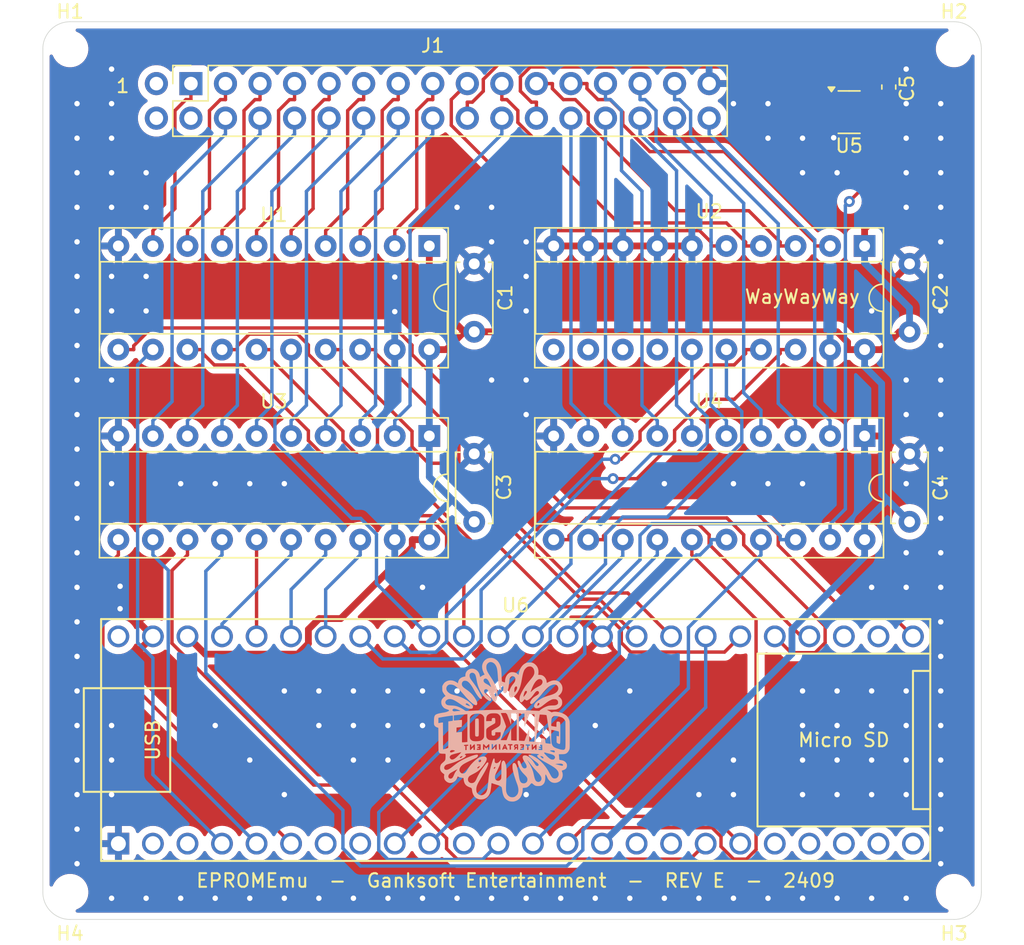
<source format=kicad_pcb>
(kicad_pcb (version 20240108) (generator "pcbnew") (generator_version "8.0")
  (title_block (title "EPROMEmu") (date "2024-08-30") (rev "E") (company "Brian Peek"))
  (layers (0 "F.Cu" signal) (31 "B.Cu" signal) (34 "B.Paste" user) (35 "F.Paste" user) (36 "B.SilkS" user "B.Silkscreen") (37 "F.SilkS" user "F.Silkscreen") (38 "B.Mask" user) (39 "F.Mask" user) (44 "Edge.Cuts" user))
  (net 0 "")
  (net 1 "A14_5V")
  (net 2 "A13_5V")
  (net 3 "A8_5V")
  (net 4 "A9_5V")
  (net 5 "A11_5V")
  (net 6 "GND")
  (net 7 "A10_5V")
  (net 8 "D7_5V")
  (net 9 "D6_5V")
  (net 10 "D5_5V")
  (net 11 "D4_5V")
  (net 12 "D3_5V")
  (net 13 "D2_5V")
  (net 14 "D1_5V")
  (net 15 "D0_5V")
  (net 16 "A0_5V")
  (net 17 "A1_5V")
  (net 18 "A2_5V")
  (net 19 "A3_5V")
  (net 20 "A4_5V")
  (net 21 "A5_5V")
  (net 22 "A6_5V")
  (net 23 "A7_5V")
  (net 24 "A12_5V")
  (net 25 "A15_5V")
  (net 26 "A16_5V")
  (net 27 "A1_3V3")
  (net 28 "A16_3V3")
  (net 29 "A17_3V3")
  (net 30 "A0_3V3")
  (net 31 "+3V3")
  (net 32 "D1_3V3")
  (net 33 "D6_3V3")
  (net 34 "A14_3V3")
  (net 35 "A15_3V3")
  (net 36 "A6_3V3")
  (net 37 "A7_3V3")
  (net 38 "D2_3V3")
  (net 39 "D0_3V3")
  (net 40 "D5_3V3")
  (net 41 "D7_3V3")
  (net 42 "D4_3V3")
  (net 43 "D3_3V3")
  (net 44 "A4_3V3")
  (net 45 "A5_3V3")
  (net 46 "A9_3V3")
  (net 47 "A8_3V3")
  (net 48 "A3_3V3")
  (net 49 "A2_3V3")
  (net 50 "A12_3V3")
  (net 51 "A13_3V3")
  (net 52 "A10_3V3")
  (net 53 "A11_3V3")
  (net 54 "OE_5V")
  (net 55 "CE_5V")
  (net 56 "A19_5V")
  (net 57 "A19_3V3")
  (net 58 "A18_5V")
  (net 59 "A18_3V3")
  (net 60 "A17_5V")
  (net 61 "OE_CE")
  (footprint "Capacitor_THT:C_Disc_D5.0mm_W2.5mm_P5.00mm" (layer "F.Cu") (at 140.716 98.766 90)
    (property "Reference" "C3")
    (property "Value" "0.1uf")
  )
  (footprint "Capacitor_THT:C_Disc_D5.0mm_W2.5mm_P5.00mm" (layer "F.Cu") (at 172.72 84.796 90)
    (property "Reference" "C2")
    (property "Value" "0.1uf")
  )
  (footprint "teensy:Teensy41" (layer "F.Cu") (at 143.764 114.808)
    (property "Reference" "U6")
    (property "Value" "Teensy4.1")
  )
  (footprint "Capacitor_THT:C_Disc_D5.0mm_W2.5mm_P5.00mm" (layer "F.Cu") (at 140.716 84.796 90)
    (property "Reference" "C1")
    (property "Value" "0.1uf")
  )
  (footprint "Package_DIP:DIP-20_W7.62mm_Socket" (layer "F.Cu") (at 137.414 92.456 -90)
    (property "Reference" "U3")
    (property "Value" "SN74LVC245AN")
  )
  (footprint "Capacitor_THT:C_Disc_D5.0mm_W2.5mm_P5.00mm" (layer "F.Cu") (at 172.72 98.766 90)
    (property "Reference" "C4")
    (property "Value" "0.1uf")
  )
  (footprint "Connector_PinHeader_2.54mm:PinHeader_2x16_P2.54mm_Vertical" (layer "F.Cu") (at 119.888 69.088 90)
    (property "Reference" "J1")
    (property "Value" "EPROM Connector")
  )
  (footprint "Package_DIP:DIP-20_W7.62mm_Socket" (layer "F.Cu") (at 169.418 78.486 -90)
    (property "Reference" "U2")
    (property "Value" "SN74LVC245AN")
  )
  (footprint "Package_DIP:DIP-20_W7.62mm_Socket" (layer "F.Cu") (at 137.414 78.486 -90)
    (property "Reference" "U1")
    (property "Value" "SN74LVC245AN")
  )
  (footprint "Package_DIP:DIP-20_W7.62mm_Socket" (layer "F.Cu") (at 169.418 92.456 -90)
    (property "Reference" "U4")
    (property "Value" "SN74LVC245AN")
  )
  (footprint "MountingHole:MountingHole_2.2mm_M2_ISO7380" (layer "F.Cu") (at 176 126)
    (property "Reference" "H3")
    (property "Value" "MountingHole")
  )
  (footprint "Package_TO_SOT_SMD:SOT-23-5" (layer "F.Cu") (at 168.2805 68.646)
    (property "Reference" "U5")
    (property "Value" "SN74LVC1G32DBVR")
  )
  (footprint "Capacitor_SMD:C_0603_1608Metric_Pad1.08x0.95mm_HandSolder" (layer "F.Cu") (at 171.196 66.802 90)
    (property "Reference" "C5")
    (property "Value" "0.1uf")
  )
  (footprint "MountingHole:MountingHole_2.2mm_M2_ISO7380" (layer "F.Cu") (at 176 64)
    (property "Reference" "H2")
    (property "Value" "MountingHole")
  )
  (footprint "MountingHole:MountingHole_2.2mm_M2_ISO7380" (layer "F.Cu") (at 111 64)
    (property "Reference" "H1")
    (property "Value" "MountingHole")
  )
  (footprint "MountingHole:MountingHole_2.2mm_M2_ISO7380" (layer "F.Cu") (at 111 126)
    (property "Reference" "H4")
    (property "Value" "MountingHole")
  )
  (footprint "MyFootprints:GanksoftLogo" (layer "B.Cu") (at 142.748 114.046 180)
    (property "Reference" "GanksoftLogo" (hide yes))
    (property "Value" "LOGO" (hide yes))
  )
  (gr_arc (start 111 128) (mid 109.585786 127.414214) (end 109 126) (stroke (width 0.05)) (layer "Edge.Cuts"))
  (gr_arc (start 178 126) (mid 177.414214 127.414214) (end 176 128) (stroke (width 0.05)) (layer "Edge.Cuts"))
  (gr_line (start 178 64) (end 178 126) (stroke (width 0.05)) (layer "Edge.Cuts"))
  (gr_line (start 109 126) (end 109 64) (stroke (width 0.05)) (layer "Edge.Cuts"))
  (gr_arc (start 109 64) (mid 109.585786 62.585786) (end 111 62) (stroke (width 0.05)) (layer "Edge.Cuts"))
  (gr_line (start 111 62) (end 176 62) (stroke (width 0.05)) (layer "Edge.Cuts"))
  (gr_arc (start 176 62) (mid 177.414214 62.585786) (end 178 64) (stroke (width 0.05)) (layer "Edge.Cuts"))
  (gr_line (start 176 128) (end 111 128) (stroke (width 0.05)) (layer "Edge.Cuts"))
  (gr_text "EPROMEmu  -  Ganksoft Entertainment  -  REV E  -  2409" (at 143.764 125.73 0) (layer "F.SilkS") (effects (font (size 1 1)) (justify bottom)))
  (gr_text "WayWayWay" (at 160.528 82.804 0) (layer "F.SilkS") (effects (font (size 1 1)) (justify left bottom)))
  (gr_text "1" (at 114.3 67.31 0) (layer "F.SilkS") (effects (font (size 1 1)) (justify left bottom)))
  (segment (start 122.174 92.456) (end 122.174 91.3293) (width 0.25) (layer "B.Cu") (net 1))
  (segment (start 127.508 69.088) (end 127.508 70.2647) (width 0.25) (layer "B.Cu") (net 1))
  (segment (start 123.3022 74.4705) (end 127.508 70.2647) (width 0.25) (layer "B.Cu") (net 1))
  (segment (start 122.174 91.3293) (end 123.3022 90.2011) (width 0.25) (layer "B.Cu") (net 1))
  (segment (start 123.3022 90.2011) (end 123.3022 74.4705) (width 0.25) (layer "B.Cu") (net 1))
  (segment (start 124.714 92.456) (end 124.714 91.3293) (width 0.25) (layer "B.Cu") (net 2))
  (segment (start 130.048 70.2647) (end 125.8407 74.472) (width 0.25) (layer "B.Cu") (net 2))
  (segment (start 125.8407 74.472) (end 125.8407 90.2026) (width 0.25) (layer "B.Cu") (net 2))
  (segment (start 130.048 69.088) (end 130.048 70.2647) (width 0.25) (layer "B.Cu") (net 2))
  (segment (start 125.8407 90.2026) (end 124.714 91.3293) (width 0.25) (layer "B.Cu") (net 2))
  (segment (start 128.3807 90.2026) (end 127.254 91.3293) (width 0.25) (layer "B.Cu") (net 3))
  (segment (start 132.588 69.088) (end 132.588 70.2647) (width 0.25) (layer "B.Cu") (net 3))
  (segment (start 128.3807 74.472) (end 128.3807 90.2026) (width 0.25) (layer "B.Cu") (net 3))
  (segment (start 127.254 92.456) (end 127.254 91.3293) (width 0.25) (layer "B.Cu") (net 3))
  (segment (start 132.588 70.2647) (end 128.3807 74.472) (width 0.25) (layer "B.Cu") (net 3))
  (segment (start 135.128 70.2647) (end 130.9207 74.472) (width 0.25) (layer "B.Cu") (net 4))
  (segment (start 130.9207 90.2026) (end 129.794 91.3293) (width 0.25) (layer "B.Cu") (net 4))
  (segment (start 129.794 92.456) (end 129.794 91.3293) (width 0.25) (layer "B.Cu") (net 4))
  (segment (start 130.9207 74.472) (end 130.9207 90.2026) (width 0.25) (layer "B.Cu") (net 4))
  (segment (start 135.128 69.088) (end 135.128 70.2647) (width 0.25) (layer "B.Cu") (net 4))
  (segment (start 133.4622 90.2011) (end 133.4622 74.4705) (width 0.25) (layer "B.Cu") (net 5))
  (segment (start 132.334 92.456) (end 132.334 91.3293) (width 0.25) (layer "B.Cu") (net 5))
  (segment (start 137.668 69.088) (end 137.668 70.2647) (width 0.25) (layer "B.Cu") (net 5))
  (segment (start 133.4622 74.4705) (end 137.668 70.2647) (width 0.25) (layer "B.Cu") (net 5))
  (segment (start 132.334 91.3293) (end 133.4622 90.2011) (width 0.25) (layer "B.Cu") (net 5))
  (segment (start 167.143 70.528) (end 167.143 69.596) (width 0.5) (layer "F.Cu") (net 6))
  (via (at 152.155 111.20175) (size 0.8) (drill 0.4) (layers "F.Cu" "B.Cu") (net 6))
  (via (at 141.995 75.64175) (size 0.8) (drill 0.4) (layers "F.Cu" "B.Cu") (net 6))
  (via (at 124.215 116.28175) (size 0.8) (drill 0.4) (layers "F.Cu" "B.Cu") (net 6))
  (via (at 175.015 121.36175) (size 0.8) (drill 0.4) (layers "F.Cu" "B.Cu") (net 6))
  (via (at 175.015 113.74175) (size 0.8) (drill 0.4) (layers "F.Cu" "B.Cu") (net 6))
  (via (at 175.015 118.82175) (size 0.8) (drill 0.4) (layers "F.Cu" "B.Cu") (net 6))
  (via (at 111.515 106.12175) (size 0.8) (drill 0.4) (layers "F.Cu" "B.Cu") (net 6))
  (via (at 111.515 93.42175) (size 0.8) (drill 0.4) (layers "F.Cu" "B.Cu") (net 6))
  (via (at 114.055 95.96175) (size 0.8) (drill 0.4) (layers "F.Cu" "B.Cu") (net 6))
  (via (at 172.475 101.04175) (size 0.8) (drill 0.4) (layers "F.Cu" "B.Cu") (net 6))
  (via (at 157.235 118.82175) (size 0.8) (drill 0.4) (layers "F.Cu" "B.Cu") (net 6))
  (via (at 121.675 126.44175) (size 0.8) (drill 0.4) (layers "F.Cu" "B.Cu") (net 6))
  (via (at 167.395 126.44175) (size 0.8) (drill 0.4) (layers "F.Cu" "B.Cu") (net 6))
  (via (at 144.535 118.82175) (size 0.8) (drill 0.4) (layers "F.Cu" "B.Cu") (net 6))
  (via (at 167.395 73.10175) (size 0.8) (drill 0.4) (layers "F.Cu" "B.Cu") (net 6))
  (via (at 172.475 68.02175) (size 0.8) (drill 0.4) (layers "F.Cu" "B.Cu") (net 6))
  (via (at 175.015 123.90175) (size 0.8) (drill 0.4) (layers "F.Cu" "B.Cu") (net 6))
  (via (at 172.475 116.28175) (size 0.8) (drill 0.4) (layers "F.Cu" "B.Cu") (net 6))
  (via (at 172.475 65.48175) (size 0.8) (drill 0.4) (layers "F.Cu" "B.Cu") (net 6))
  (via (at 172.475 95.96175) (size 0.8) (drill 0.4) (layers "F.Cu" "B.Cu") (net 6))
  (via (at 139.455 126.44175) (size 0.8) (drill 0.4) (layers "F.Cu" "B.Cu") (net 6))
  (via (at 172.475 126.44175) (size 0.8) (drill 0.4) (layers "F.Cu" "B.Cu") (net 6))
  (via (at 134.874 83.312) (size 0.8) (drill 0.4) (layers "F.Cu" "B.Cu") (net 6))
  (via (at 134.375 116.28175) (size 0.8) (drill 0.4) (layers "F.Cu" "B.Cu") (net 6))
  (via (at 136.915 111.20175) (size 0.8) (drill 0.4) (layers "F.Cu" "B.Cu") (net 6))
  (via (at 114.055 83.26175) (size 0.8) (drill 0.4) (layers "F.Cu" "B.Cu") (net 6))
  (via (at 175.015 101.04175) (size 0.8) (drill 0.4) (layers "F.Cu" "B.Cu") (net 6))
  (via (at 114.055 75.64175) (size 0.8) (drill 0.4) (layers "F.Cu" "B.Cu") (net 6))
  (via (at 111.515 101.04175) (size 0.8) (drill 0.4) (layers "F.Cu" "B.Cu") (net 6))
  (via (at 111.515 118.82175) (size 0.8) (drill 0.4) (layers "F.Cu" "B.Cu") (net 6))
  (via (at 157.235 126.44175) (size 0.8) (drill 0.4) (layers "F.Cu" "B.Cu") (net 6))
  (via (at 164.855 113.74175) (size 0.8) (drill 0.4) (layers "F.Cu" "B.Cu") (net 6))
  (via (at 121.675 113.74175) (size 0.8) (drill 0.4) (layers "F.Cu" "B.Cu") (net 6))
  (via (at 116.595 83.26175) (size 0.8) (drill 0.4) (layers "F.Cu" "B.Cu") (net 6))
  (via (at 131.835 126.44175) (size 0.8) (drill 0.4) (layers "F.Cu" "B.Cu") (net 6))
  (via (at 154.695 126.44175) (size 0.8) (drill 0.4) (layers "F.Cu" "B.Cu") (net 6))
  (via (at 175.015 80.72175) (size 0.8) (drill 0.4) (layers "F.Cu" "B.Cu") (net 6))
  (via (at 175.015 106.12175) (size 0.8) (drill 0.4) (layers "F.Cu" "B.Cu") (net 6))
  (via (at 114.055 65.48175) (size 0.8) (drill 0.4) (layers "F.Cu" "B.Cu") (net 6))
  (via (at 111.515 80.72175) (size 0.8) (drill 0.4) (layers "F.Cu" "B.Cu") (net 6))
  (via (at 111.515 78.18175) (size 0.8) (drill 0.4) (layers "F.Cu" "B.Cu") (net 6))
  (via (at 126.755 111.20175) (size 0.8) (drill 0.4) (layers "F.Cu" "B.Cu") (net 6))
  (via (at 139.455 111.20175) (size 0.8) (drill 0.4) (layers "F.Cu" "B.Cu") (net 6))
  (via (at 172.475 118.82175) (size 0.8) (drill 0.4) (layers "F.Cu" "B.Cu") (net 6))
  (via (at 154.695 95.96175) (size 0.8) (drill 0.4) (layers "F.Cu" "B.Cu") (net 6))
  (via (at 141.995 88.34175) (size 0.8) (drill 0.4) (layers "F.Cu" "B.Cu") (net 6))
  (via (at 124.215 126.44175) (size 0.8) (drill 0.4) (layers "F.Cu" "B.Cu") (net 6))
  (via (at 169.935 111.20175) (size 0.8) (drill 0.4) (layers "F.Cu" "B.Cu") (net 6))
  (via (at 175.015 85.80175) (size 0.8) (drill 0.4) (layers "F.Cu" "B.Cu") (net 6))
  (via (at 129.295 111.20175) (size 0.8) (drill 0.4) (layers "F.Cu" "B.Cu") (net 6))
  (via (at 126.755 118.82175) (size 0.8) (drill 0.4) (layers "F.Cu" "B.Cu") (net 6))
  (via (at 144.535 78.18175) (size 0.8) (drill 0.4) (layers "F.Cu" "B.Cu") (net 6))
  (via (at 159.775 118.82175) (size 0.8) (drill 0.4) (layers "F.Cu" "B.Cu") (net 6))
  (via (at 111.515 123.90175) (size 0.8) (drill 0.4) (layers "F.Cu" "B.Cu") (net 6))
  (via (at 152.155 126.44175) (size 0.8) (drill 0.4) (layers "F.Cu" "B.Cu") (net 6))
  (via (at 172.475 113.74175) (size 0.8) (drill 0.4) (layers "F.Cu" "B.Cu") (net 6))
  (via (at 144.535 83.26175) (size 0.8) (drill 0.4) (layers "F.Cu" "B.Cu") (net 6))
  (via (at 175.015 116.28175) (size 0.8) (drill 0.4) (layers "F.Cu" "B.Cu") (net 6))
  (via (at 124.215 95.96175) (size 0.8) (drill 0.4) (layers "F.Cu" "B.Cu") (net 6))
  (via (at 111.515 111.20175) (size 0.8) (drill 0.4) (layers "F.Cu" "B.Cu") (net 6))
  (via (at 175.015 111.20175) (size 0.8) (drill 0.4) (layers "F.Cu" "B.Cu") (net 6))
  (via (at 111.515 75.64175) (size 0.8) (drill 0.4) (layers "F.Cu" "B.Cu") (net 6))
  (via (at 111.515 73.10175) (size 0.8) (drill 0.4) (layers "F.Cu" "B.Cu") (net 6))
  (via (at 159.775 116.28175) (size 0.8) (drill 0.4) (layers "F.Cu" "B.Cu") (net 6))
  (via (at 114.055 80.72175) (size 0.8) (drill 0.4) (layers "F.Cu" "B.Cu") (net 6))
  (via (at 131.835 111.20175) (size 0.8) (drill 0.4) (layers "F.Cu" "B.Cu") (net 6))
  (via (at 175.015 70.56175) (size 0.8) (drill 0.4) (layers "F.Cu" "B.Cu") (net 6))
  (via (at 116.595 80.72175) (size 0.8) (drill 0.4) (layers "F.Cu" "B.Cu") (net 6))
  (via (at 175.015 108.66175) (size 0.8) (drill 0.4) (layers "F.Cu" "B.Cu") (net 6))
  (via (at 114.055 68.02175) (size 0.8) (drill 0.4) (layers "F.Cu" "B.Cu") (net 6))
  (via (at 175.015 68.02175) (size 0.8) (drill 0.4) (layers "F.Cu" "B.Cu") (net 6))
  (via (at 164.855 95.96175) (size 0.8) (drill 0.4) (layers "F.Cu" "B.Cu") (net 6))
  (via (at 141.995 78.18175) (size 0.8) (drill 0.4) (layers "F.Cu" "B.Cu") (net 6))
  (via (at 164.855 111.20175) (size 0.8) (drill 0.4) (layers "F.Cu" "B.Cu") (net 6))
  (via (at 119.135 126.44175) (size 0.8) (drill 0.4) (layers "F.Cu" "B.Cu") (net 6))
  (via (at 111.515 85.80175) (size 0.8) (drill 0.4) (layers "F.Cu" "B.Cu") (net 6))
  (via (at 111.515 98.50175) (size 0.8) (drill 0.4) (layers "F.Cu" "B.Cu") (net 6))
  (via (at 131.835 116.28175) (size 0.8) (drill 0.4) (layers "F.Cu" "B.Cu") (net 6))
  (via (at 164.855 70.56175) (size 0.8) (drill 0.4) (layers "F.Cu" "B.Cu") (net 6))
  (via (at 175.015 90.88175) (size 0.8) (drill 0.4) (layers "F.Cu" "B.Cu") (net 6))
  (via (at 169.935 116.28175) (size 0.8) (drill 0.4) (layers "F.Cu" "B.Cu") (net 6))
  (via (at 149.615 126.44175) (size 0.8) (drill 0.4) (layers "F.Cu" "B.Cu") (net 6))
  (via (at 162.315 126.44175) (size 0.8) (drill 0.4) (layers "F.Cu" "B.Cu") (net 6))
  (via (at 175.015 95.96175) (size 0.8) (drill 0.4) (layers "F.Cu" "B.Cu") (net 6))
  (via (at 164.855 116.28175) (size 0.8) (drill 0.4) (layers "F.Cu" "B.Cu") (net 6))
  (via (at 159.775 95.96175) (size 0.8) (drill 0.4) (layers "F.Cu" "B.Cu") (net 6))
  (via (at 114.681 103.505) (size 0.8) (drill 0.4) (layers "F.Cu" "B.Cu") (net 6))
  (via (at 129.295 126.44175) (size 0.8) (drill 0.4) (layers "F.Cu" "B.Cu") (net 6))
  (via (at 111.515 88.34175) (size 0.8) (drill 0.4) (layers "F.Cu" "B.Cu") (net 6))
  (via (at 144.535 88.34175) (size 0.8) (drill 0.4) (layers "F.Cu" "B.Cu") (net 6))
  (via (at 169.935 113.74175) (size 0.8) (drill 0.4) (layers "F.Cu" "B.Cu") (net 6))
  (via (at 116.595 75.64175) (size 0.8) (drill 0.4) (layers "F.Cu" "B.Cu") (net 6))
  (via (at 149.615 113.74175) (size 0.8) (drill 0.4) (layers "F.Cu" "B.Cu") (net 6))
  (via (at 167.395 113.74175) (size 0.8) (drill 0.4) (layers "F.Cu" "B.Cu") (net 6))
  (via (at 114.055 118.82175) (size 0.8) (drill 0.4) (layers "F.Cu" "B.Cu") (net 6))
  (via (at 119.135 95.96175) (size 0.8) (drill 0.4) (layers "F.Cu" "B.Cu") (net 6))
  (via (at 111.515 121.36175) (size 0.8) (drill 0.4) (layers "F.Cu" "B.Cu") (net 6))
  (via (at 169.935 103.58175) (size 0.8) (drill 0.4) (layers "F.Cu" "B.Cu") (net 6))
  (via (at 111.515 103.58175) (size 0.8) (drill 0.4) (layers "F.Cu" "B.Cu") (net 6))
  (via (at 172.475 90.88175) (size 0.8) (drill 0.4) (layers "F.Cu" "B.Cu") (net 6))
  (via (at 175.015 98.50175) (size 0.8) (drill 0.4) (layers "F.Cu" "B.Cu") (net 6))
  (via (at 167.143 70.528) (size 0.8) (drill 0.4) (layers "F.Cu" "B.Cu") (net 6))
  (via (at 169.935 118.82175) (size 0.8) (drill 0.4) (layers "F.Cu" "B.Cu") (net 6))
  (via (at 111.515 113.74175) (size 0.8) (drill 0.4) (layers "F.Cu" "B.Cu") (net 6))
  (via (at 136.915 103.58175) (size 0.8) (drill 0.4) (layers "F.Cu" "B.Cu") (net 6))
  (via (at 172.475 75.64175) (size 0.8) (drill 0.4) (layers "F.Cu" "B.Cu") (net 6))
  (via (at 111.515 116.28175) (size 0.8) (drill 0.4) (layers "F.Cu" "B.Cu") (net 6))
  (via (at 159.775 126.44175) (size 0.8) (drill 0.4) (layers "F.Cu" "B.Cu") (net 6))
  (via (at 111.515 90.88175) (size 0.8) (drill 0.4) (layers "F.Cu" "B.Cu") (net 6))
  (via (at 134.874 80.772) (size 0.8) (drill 0.4) (layers "F.Cu" "B.Cu") (net 6))
  (via (at 144.535 80.72175) (size 0.8) (drill 0.4) (layers "F.Cu" "B.Cu") (net 6))
  (via (at 175.015 75.64175) (size 0.8) (drill 0.4) (layers "F.Cu" "B.Cu") (net 6))
  (via (at 116.595 73.10175) (size 0.8) (drill 0.4) (layers "F.Cu" "B.Cu") (net 6))
  (via (at 111.515 95.96175) (size 0.8) (drill 0.4) (layers "F.Cu" "B.Cu") (net 6))
  (via (at 159.775 68.02175) (size 0.8) (drill 0.4) (layers "F.Cu" "B.Cu") (net 6))
  (via (at 114.055 88.34175) (size 0.8) (drill 0.4) (layers "F.Cu" "B.Cu") (net 6))
  (via (at 111.515 83.26175) (size 0.8) (drill 0.4) (layers "F.Cu" "B.Cu") (net 6))
  (via (at 114.681 105.156) (size 0.8) (drill 0.4) (layers "F.Cu" "B.Cu") (net 6))
  (via (at 147.075 126.44175) (size 0.8) (drill 0.4) (layers "F.Cu" "B.Cu") (net 6))
  (via (at 111.515 68.02175) (size 0.8) (drill 0.4) (layers "F.Cu" "B.Cu") (net 6))
  (via (at 172.475 103.58175) (size 0.8) (drill 0.4) (layers "F.Cu" "B.Cu") (net 6))
  (via (at 175.015 103.58175) (size 0.8) (drill 0.4) (layers "F.Cu" "B.Cu") (net 6))
  (via (at 121.675 95.96175) (size 0.8) (drill 0.4) (layers "F.Cu" "B.Cu") (net 6))
  (via (at 114.055 70.56175) (size 0.8) (drill 0.4) (layers "F.Cu" "B.Cu") (net 6))
  (via (at 169.935 126.44175) (size 0.8) (drill 0.4) (layers "F.Cu" "B.Cu") (net 6))
  (via (at 172.475 88.34175) (size 0.8) (drill 0.4) (layers "F.Cu" "B.Cu") (net 6))
  (via (at 167.395 111.20175) (size 0.8) (drill 0.4) (layers "F.Cu" "B.Cu") (net 6))
  (via (at 111.515 108.66175) (size 0.8) (drill 0.4) (layers "F.Cu" "B.Cu") (net 6))
  (via (at 164.855 118.82175) (size 0.8) (drill 0.4) (layers "F.Cu" "B.Cu") (net 6))
  (via (at 167.395 118.82175) (size 0.8) (drill 0.4) (layers "F.Cu" "B.Cu") (net 6))
  (via (at 164.855 73.10175) (size 0.8) (drill 0.4) (layers "F.Cu" "B.Cu") (net 6))
  (via (at 141.995 126.44175) (size 0.8) (drill 0.4) (layers "F.Cu" "B.Cu") (net 6))
  (via (at 172.475 70.56175) (size 0.8) (drill 0.4) (layers "F.Cu" "B.Cu") (net 6))
  (via (at 144.535 90.88175) (size 0.8) (drill 0.4) (layers "F.Cu" "B.Cu") (net 6))
  (via (at 175.015 78.18175) (size 0.8) (drill 0.4) (layers "F.Cu" "B.Cu") (net 6))
  (via (at 162.315 95.96175) (size 0.8) (drill 0.4) (layers "F.Cu" "B.Cu") (net 6))
  (via (at 172.475 73.10175) (size 0.8) (drill 0.4) (layers "F.Cu" "B.Cu") (net 6))
  (via (at 167.395 116.28175) (size 0.8) (drill 0.4) (layers "F.Cu" "B.Cu") (net 6))
  (via (at 134.375 111.20175) (size 0.8) (drill 0.4) (layers "F.Cu" "B.Cu") (net 6))
  (via (at 126.755 95.96175) (size 0.8) (drill 0.4) (layers "F.Cu" "B.Cu") (net 6))
  (via (at 139.455 75.64175) (size 0.8) (drill 0.4) (layers "F.Cu" "B.Cu") (net 6))
  (via (at 114.055 126.44175) (size 0.8) (drill 0.4) (layers "F.Cu" "B.Cu") (net 6))
  (via (at 129.295 113.74175) (size 0.8) (drill 0.4) (layers "F.Cu" "B.Cu") (net 6))
  (via (at 111.515 70.56175) (size 0.8) (drill 0.4) (layers "F.Cu" "B.Cu") (net 6))
  (via (at 126.755 126.44175) (size 0.8) (drill 0.4) (layers "F.Cu" "B.Cu") (net 6))
  (via (at 136.915 126.44175) (size 0.8) (drill 0.4) (layers "F.Cu" "B.Cu") (net 6))
  (via (at 175.015 88.34175) (size 0.8) (drill 0.4) (layers "F.Cu" "B.Cu") (net 6))
  (via (at 169.935 83.26175) (size 0.8) (drill 0.4) (layers "F.Cu" "B.Cu") (net 6))
  (via (at 116.595 126.44175) (size 0.8) (drill 0.4) (layers "F.Cu" "B.Cu") (net 6))
  (via (at 175.015 83.26175) (size 0.8) (drill 0.4) (layers "F.Cu" "B.Cu") (net 6))
  (via (at 114.055 116.28175) (size 0.8) (drill 0.4) (layers "F.Cu" "B.Cu") (net 6))
  (via (at 164.855 126.44175) (size 0.8) (drill 0.4) (layers "F.Cu" "B.Cu") (net 6))
  (via (at 136.915 113.74175) (size 0.8) (drill 0.4) (layers "F.Cu" "B.Cu") (net 6))
  (via (at 172.475 111.20175) (size 0.8) (drill 0.4) (layers "F.Cu" "B.Cu") (net 6))
  (via (at 175.015 93.42175) (size 0.8) (drill 0.4) (layers "F.Cu" "B.Cu") (net 6))
  (via (at 162.315 68.02175) (size 0.8) (drill 0.4) (layers "F.Cu" "B.Cu") (net 6))
  (via (at 114.055 73.10175) (size 0.8) (drill 0.4) (layers "F.Cu" "B.Cu") (net 6))
  (via (at 162.315 70.56175) (size 0.8) (drill 0.4) (layers "F.Cu" "B.Cu") (net 6))
  (via (at 131.835 113.74175) (size 0.8) (drill 0.4) (layers "F.Cu" "B.Cu") (net 6))
  (via (at 134.375 113.74175) (size 0.8) (drill 0.4) (layers "F.Cu" "B.Cu") (net 6))
  (via (at 144.535 126.44175) (size 0.8) (drill 0.4) (layers "F.Cu" "B.Cu") (net 6))
  (via (at 134.375 126.44175) (size 0.8) (drill 0.4) (layers "F.Cu" "B.Cu") (net 6))
  (via (at 114.055 113.74175) (size 0.8) (drill 0.4) (layers "F.Cu" "B.Cu") (net 6))
  (via (at 175.015 73.10175) (size 0.8) (drill 0.4) (layers "F.Cu" "B.Cu") (net 6))
  (segment (start 142.748 70.2647) (end 136.0007 77.012) (width 0.25) (layer "B.Cu") (net 7))
  (segment (start 134.874 92.456) (end 134.874 91.3293) (width 0.25) (layer "B.Cu") (net 7))
  (segment (start 142.748 69.088) (end 142.748 70.2647) (width 0.25) (layer "B.Cu") (net 7))
  (segment (start 136.0007 77.012) (end 136.0007 90.2026) (width 0.25) (layer "B.Cu") (net 7))
  (segment (start 136.0007 90.2026) (end 134.874 91.3293) (width 0.25) (layer "B.Cu") (net 7))
  (segment (start 147.828 69.088) (end 147.828 90.0593) (width 0.25) (layer "B.Cu") (net 8))
  (segment (start 149.098 92.456) (end 149.098 91.3293) (width 0.25) (layer "B.Cu") (net 8))
  (segment (start 147.828 90.0593) (end 149.098 91.3293) (width 0.25) (layer "B.Cu") (net 8))
  (segment (start 151.638 92.456) (end 151.638 91.3293) (width 0.25) (layer "B.Cu") (net 9))
  (segment (start 150.368 90.0593) (end 151.638 91.3293) (width 0.25) (layer "B.Cu") (net 9))
  (segment (start 150.368 69.088) (end 150.368 90.0593) (width 0.25) (layer "B.Cu") (net 9))
  (segment (start 152.908 69.088) (end 152.908 70.2647) (width 0.25) (layer "B.Cu") (net 10))
  (segment (start 155.5913 72.948) (end 152.908 70.2647) (width 0.25) (layer "B.Cu") (net 10))
  (segment (start 155.5913 90.2026) (end 155.5913 72.948) (width 0.25) (layer "B.Cu") (net 10))
  (segment (start 156.718 92.456) (end 156.718 91.3293) (width 0.25) (layer "B.Cu") (net 10))
  (segment (start 156.718 91.3293) (end 155.5913 90.2026) (width 0.25) (layer "B.Cu") (net 10))
  (segment (start 155.448 70.2647) (end 160.528 75.3447) (width 0.25) (layer "B.Cu") (net 11))
  (segment (start 155.448 69.088) (end 155.448 70.2647) (width 0.25) (layer "B.Cu") (net 11))
  (segment (start 160.528 75.3447) (end 160.528 89.2868) (width 0.25) (layer "B.Cu") (net 11))
  (segment (start 161.798 90.5568) (end 161.798 92.456) (width 0.25) (layer "B.Cu") (net 11))
  (segment (start 160.528 89.2868) (end 161.798 90.5568) (width 0.25) (layer "B.Cu") (net 11))
  (segment (start 157.988 70.2647) (end 165.7513 78.028) (width 0.25) (layer "B.Cu") (net 12))
  (segment (start 166.878 92.456) (end 166.878 91.3293) (width 0.25) (layer "B.Cu") (net 12))
  (segment (start 157.988 69.088) (end 157.988 70.2647) (width 0.25) (layer "B.Cu") (net 12))
  (segment (start 165.7513 90.2026) (end 166.878 91.3293) (width 0.25) (layer "B.Cu") (net 12))
  (segment (start 165.7513 78.028) (end 165.7513 90.2026) (width 0.25) (layer "B.Cu") (net 12))
  (segment (start 164.338 92.456) (end 164.338 91.3293) (width 0.25) (layer "B.Cu") (net 13))
  (segment (start 155.448 67.7247) (end 155.8158 67.7247) (width 0.25) (layer "B.Cu") (net 13))
  (segment (start 155.448 66.548) (end 155.448 67.7247) (width 0.25) (layer "B.Cu") (net 13))
  (segment (start 156.6247 70.4045) (end 163.068 76.8478) (width 0.25) (layer "B.Cu") (net 13))
  (segment (start 156.6247 68.5336) (end 156.6247 70.4045) (width 0.25) (layer "B.Cu") (net 13))
  (segment (start 163.068 76.8478) (end 163.068 90.0593) (width 0.25) (layer "B.Cu") (net 13))
  (segment (start 163.068 90.0593) (end 164.338 91.3293) (width 0.25) (layer "B.Cu") (net 13))
  (segment (start 155.8158 67.7247) (end 156.6247 68.5336) (width 0.25) (layer "B.Cu") (net 13))
  (segment (start 154.0847 68.5336) (end 154.0847 70.7501) (width 0.25) (layer "B.Cu") (net 14))
  (segment (start 158.1313 90.2026) (end 159.258 91.3293) (width 0.25) (layer "B.Cu") (net 14))
  (segment (start 152.908 66.548) (end 152.908 67.7247) (width 0.25) (layer "B.Cu") (net 14))
  (segment (start 158.1313 74.7967) (end 158.1313 90.2026) (width 0.25) (layer "B.Cu") (net 14))
  (segment (start 153.2758 67.7247) (end 154.0847 68.5336) (width 0.25) (layer "B.Cu") (net 14))
  (segment (start 159.258 92.456) (end 159.258 91.3293) (width 0.25) (layer "B.Cu") (net 14))
  (segment (start 154.0847 70.7501) (end 158.1313 74.7967) (width 0.25) (layer "B.Cu") (net 14))
  (segment (start 152.908 67.7247) (end 153.2758 67.7247) (width 0.25) (layer "B.Cu") (net 14))
  (segment (start 150.7358 67.7247) (end 151.5447 68.5336) (width 0.25) (layer "B.Cu") (net 15))
  (segment (start 151.5447 68.5336) (end 151.5447 72.9445) (width 0.25) (layer "B.Cu") (net 15))
  (segment (start 150.368 66.548) (end 150.368 67.7247) (width 0.25) (layer "B.Cu") (net 15))
  (segment (start 151.5447 72.9445) (end 153.0513 74.4511) (width 0.25) (layer "B.Cu") (net 15))
  (segment (start 153.0513 90.2026) (end 154.178 91.3293) (width 0.25) (layer "B.Cu") (net 15))
  (segment (start 153.0513 74.4511) (end 153.0513 90.2026) (width 0.25) (layer "B.Cu") (net 15))
  (segment (start 150.368 67.7247) (end 150.7358 67.7247) (width 0.25) (layer "B.Cu") (net 15))
  (segment (start 154.178 92.456) (end 154.178 91.3293) (width 0.25) (layer "B.Cu") (net 15))
  (segment (start 166.878 78.486) (end 165.7513 78.486) (width 0.25) (layer "F.Cu") (net 16))
  (segment (start 150.7055 67.7247) (end 151.638 68.6572) (width 0.25) (layer "F.Cu") (net 16))
  (segment (start 149.0047 66.548) (end 149.0047 66.9158) (width 0.25) (layer "F.Cu") (net 16))
  (segment (start 151.638 68.6572) (end 151.638 69.5606) (width 0.25) (layer "F.Cu") (net 16))
  (segment (start 153.6245 71.5471) (end 159.0941 71.5471) (width 0.25) (layer "F.Cu") (net 16))
  (segment (start 151.638 69.5606) (end 153.6245 71.5471) (width 0.25) (layer "F.Cu") (net 16))
  (segment (start 159.0941 71.5471) (end 165.7513 78.2043) (width 0.25) (layer "F.Cu") (net 16))
  (segment (start 149.8136 67.7247) (end 150.7055 67.7247) (width 0.25) (layer "F.Cu") (net 16))
  (segment (start 147.828 66.548) (end 149.0047 66.548) (width 0.25) (layer "F.Cu") (net 16))
  (segment (start 165.7513 78.2043) (end 165.7513 78.486) (width 0.25) (layer "F.Cu") (net 16))
  (segment (start 149.0047 66.9158) (end 149.8136 67.7247) (width 0.25) (layer "F.Cu") (net 16))
  (segment (start 155.5056 75.8936) (end 160.9006 75.8936) (width 0.25) (layer "F.Cu") (net 17))
  (segment (start 146.4647 66.9158) (end 147.2736 67.7247) (width 0.25) (layer "F.Cu") (net 17))
  (segment (start 164.338 78.486) (end 163.2113 78.486) (width 0.25) (layer "F.Cu") (net 17))
  (segment (start 147.2736 67.7247) (end 148.1491 67.7247) (width 0.25) (layer "F.Cu") (net 17))
  (segment (start 145.288 66.548) (end 146.4647 66.548) (width 0.25) (layer "F.Cu") (net 17))
  (segment (start 149.098 68.6736) (end 149.098 69.486) (width 0.25) (layer "F.Cu") (net 17))
  (segment (start 163.2113 78.2043) (end 163.2113 78.486) (width 0.25) (layer "F.Cu") (net 17))
  (segment (start 146.4647 66.548) (end 146.4647 66.9158) (width 0.25) (layer "F.Cu") (net 17))
  (segment (start 149.098 69.486) (end 155.5056 75.8936) (width 0.25) (layer "F.Cu") (net 17))
  (segment (start 160.9006 75.8936) (end 163.2113 78.2043) (width 0.25) (layer "F.Cu") (net 17))
  (segment (start 148.1491 67.7247) (end 149.098 68.6736) (width 0.25) (layer "F.Cu") (net 17))
  (segment (start 143.9247 68.5336) (end 143.9247 69.4058) (width 0.25) (layer "F.Cu") (net 18))
  (segment (start 142.748 66.548) (end 142.748 67.7247) (width 0.25) (layer "F.Cu") (net 18))
  (segment (start 142.748 67.7247) (end 143.1158 67.7247) (width 0.25) (layer "F.Cu") (net 18))
  (segment (start 143.1158 67.7247) (end 143.9247 68.5336) (width 0.25) (layer "F.Cu") (net 18))
  (segment (start 160.6713 78.2043) (end 160.6713 78.486) (width 0.25) (layer "F.Cu") (net 18))
  (segment (start 151.3101 76.7912) (end 159.2582 76.7912) (width 0.25) (layer "F.Cu") (net 18))
  (segment (start 159.2582 76.7912) (end 160.6713 78.2043) (width 0.25) (layer "F.Cu") (net 18))
  (segment (start 161.798 78.486) (end 160.6713 78.486) (width 0.25) (layer "F.Cu") (net 18))
  (segment (start 143.9247 69.4058) (end 151.3101 76.7912) (width 0.25) (layer "F.Cu") (net 18))
  (segment (start 140.208 66.548) (end 139.0308 67.7252) (width 0.25) (layer "F.Cu") (net 19))
  (segment (start 159.258 78.486) (end 158.1313 78.486) (width 0.25) (layer "F.Cu") (net 19))
  (segment (start 139.0308 69.6131) (end 146.777 77.3593) (width 0.25) (layer "F.Cu") (net 19))
  (segment (start 158.1313 78.2062) (end 158.1313 78.486) (width 0.25) (layer "F.Cu") (net 19))
  (segment (start 139.0308 67.7252) (end 139.0308 69.6131) (width 0.25) (layer "F.Cu") (net 19))
  (segment (start 146.777 77.3593) (end 157.2844 77.3593) (width 0.25) (layer "F.Cu") (net 19))
  (segment (start 157.2844 77.3593) (end 158.1313 78.2062) (width 0.25) (layer "F.Cu") (net 19))
  (segment (start 137.668 66.548) (end 137.668 67.7247) (width 0.25) (layer "F.Cu") (net 20))
  (segment (start 136.4913 68.5336) (end 136.4913 75.742) (width 0.25) (layer "F.Cu") (net 20))
  (segment (start 136.4913 75.742) (end 134.874 77.3593) (width 0.25) (layer "F.Cu") (net 20))
  (segment (start 134.874 78.486) (end 134.874 77.3593) (width 0.25) (layer "F.Cu") (net 20))
  (segment (start 137.3002 67.7247) (end 136.4913 68.5336) (width 0.25) (layer "F.Cu") (net 20))
  (segment (start 137.668 67.7247) (end 137.3002 67.7247) (width 0.25) (layer "F.Cu") (net 20))
  (segment (start 135.128 67.7247) (end 134.7602 67.7247) (width 0.25) (layer "F.Cu") (net 21))
  (segment (start 134.7602 67.7247) (end 133.9513 68.5336) (width 0.25) (layer "F.Cu") (net 21))
  (segment (start 132.334 78.486) (end 132.334 77.3593) (width 0.25) (layer "F.Cu") (net 21))
  (segment (start 133.9513 68.5336) (end 133.9513 75.742) (width 0.25) (layer "F.Cu") (net 21))
  (segment (start 135.128 66.548) (end 135.128 67.7247) (width 0.25) (layer "F.Cu") (net 21))
  (segment (start 133.9513 75.742) (end 132.334 77.3593) (width 0.25) (layer "F.Cu") (net 21))
  (segment (start 131.4113 75.742) (end 129.794 77.3593) (width 0.25) (layer "F.Cu") (net 22))
  (segment (start 132.588 67.7247) (end 132.2202 67.7247) (width 0.25) (layer "F.Cu") (net 22))
  (segment (start 132.588 66.548) (end 132.588 67.7247) (width 0.25) (layer "F.Cu") (net 22))
  (segment (start 129.794 78.486) (end 129.794 77.3593) (width 0.25) (layer "F.Cu") (net 22))
  (segment (start 131.4113 68.5336) (end 131.4113 75.742) (width 0.25) (layer "F.Cu") (net 22))
  (segment (start 132.2202 67.7247) (end 131.4113 68.5336) (width 0.25) (layer "F.Cu") (net 22))
  (segment (start 127.254 78.486) (end 127.254 77.3593) (width 0.25) (layer "F.Cu") (net 23))
  (segment (start 128.8713 75.742) (end 127.254 77.3593) (width 0.25) (layer "F.Cu") (net 23))
  (segment (start 128.8713 68.5336) (end 128.8713 75.742) (width 0.25) (layer "F.Cu") (net 23))
  (segment (start 130.048 66.548) (end 130.048 67.7247) (width 0.25) (layer "F.Cu") (net 23))
  (segment (start 130.048 67.7247) (end 129.6802 67.7247) (width 0.25) (layer "F.Cu") (net 23))
  (segment (start 129.6802 67.7247) (end 128.8713 68.5336) (width 0.25) (layer "F.Cu") (net 23))
  (segment (start 126.3313 68.5336) (end 126.3313 75.742) (width 0.25) (layer "F.Cu") (net 24))
  (segment (start 126.3313 75.742) (end 124.714 77.3593) (width 0.25) (layer "F.Cu") (net 24))
  (segment (start 124.714 78.486) (end 124.714 77.3593) (width 0.25) (layer "F.Cu") (net 24))
  (segment (start 127.508 67.7247) (end 127.1402 67.7247) (width 0.25) (layer "F.Cu") (net 24))
  (segment (start 127.508 66.548) (end 127.508 67.7247) (width 0.25) (layer "F.Cu") (net 24))
  (segment (start 127.1402 67.7247) (end 126.3313 68.5336) (width 0.25) (layer "F.Cu") (net 24))
  (segment (start 123.7913 68.5336) (end 123.7913 75.742) (width 0.25) (layer "F.Cu") (net 25))
  (segment (start 124.968 67.7247) (end 124.6002 67.7247) (width 0.25) (layer "F.Cu") (net 25))
  (segment (start 124.968 66.548) (end 124.968 67.7247) (width 0.25) (layer "F.Cu") (net 25))
  (segment (start 124.6002 67.7247) (end 123.7913 68.5336) (width 0.25) (layer "F.Cu") (net 25))
  (segment (start 123.7913 75.742) (end 122.174 77.3593) (width 0.25) (layer "F.Cu") (net 25))
  (segment (start 122.174 78.486) (end 122.174 77.3593) (width 0.25) (layer "F.Cu") (net 25))
  (segment (start 121.2513 75.742) (end 119.634 77.3593) (width 0.25) (layer "F.Cu") (net 26))
  (segment (start 122.0602 67.7247) (end 121.2513 68.5336) (width 0.25) (layer "F.Cu") (net 26))
  (segment (start 122.428 67.7247) (end 122.0602 67.7247) (width 0.25) (layer "F.Cu") (net 26))
  (segment (start 121.2513 68.5336) (end 121.2513 75.742) (width 0.25) (layer "F.Cu") (net 26))
  (segment (start 119.634 78.486) (end 119.634 77.3593) (width 0.25) (layer "F.Cu") (net 26))
  (segment (start 122.428 66.548) (end 122.428 67.7247) (width 0.25) (layer "F.Cu") (net 26))
  (segment (start 151.5334 94.1659) (end 151.0812 94.1659) (width 0.25) (layer "F.Cu") (net 27))
  (segment (start 157.7987 87.2327) (end 152.908 92.1234) (width 0.25) (layer "F.Cu") (net 27))
  (segment (start 161.798 86.106) (end 160.6713 86.106) (width 0.25) (layer "F.Cu") (net 27))
  (segment (start 160.6713 86.3878) (end 159.8264 87.2327) (width 0.25) (layer "F.Cu") (net 27))
  (segment (start 160.6713 86.106) (end 160.6713 86.3878) (width 0.25) (layer "F.Cu") (net 27))
  (segment (start 152.908 92.1234) (end 152.908 92.7913) (width 0.25) (layer "F.Cu") (net 27))
  (segment (start 152.908 92.7913) (end 151.5334 94.1659) (width 0.25) (layer "F.Cu") (net 27))
  (segment (start 159.8264 87.2327) (end 157.7987 87.2327) (width 0.25) (layer "F.Cu") (net 27))
  (via (at 151.0812 94.1659) (size 0.8) (drill 0.4) (layers "F.Cu" "B.Cu") (net 27))
  (segment (start 151.0812 94.1659) (end 150.1655 94.1659) (width 0.25) (layer "B.Cu") (net 27))
  (segment (start 137.8918 108.3545) (end 136.0405 108.3545) (width 0.25) (layer "B.Cu") (net 27))
  (segment (start 150.1655 94.1659) (end 138.684 105.6474) (width 0.25) (layer "B.Cu") (net 27))
  (segment (start 138.684 107.5623) (end 137.8918 108.3545) (width 0.25) (layer "B.Cu") (net 27))
  (segment (start 136.0405 108.3545) (end 134.874 107.188) (width 0.25) (layer "B.Cu") (net 27))
  (segment (start 138.684 105.6474) (end 138.684 107.5623) (width 0.25) (layer "B.Cu") (net 27))
  (segment (start 115.969 87.231) (end 117.094 86.106) (width 0.25) (layer "B.Cu") (net 28))
  (segment (start 122.174 122.428) (end 117.094 117.348) (width 0.25) (layer "B.Cu") (net 28))
  (segment (start 117.094 117.348) (end 117.094 108.778991) (width 0.25) (layer "B.Cu") (net 28))
  (segment (start 115.969 107.653991) (end 115.969 87.231) (width 0.25) (layer "B.Cu") (net 28))
  (segment (start 117.094 108.778991) (end 115.969 107.653991) (width 0.25) (layer "B.Cu") (net 28))
  (segment (start 117.094 101.2027) (end 118.2207 102.3294) (width 0.25) (layer "B.Cu") (net 29))
  (segment (start 118.2207 115.9347) (end 124.714 122.428) (width 0.25) (layer "B.Cu") (net 29))
  (segment (start 117.094 100.076) (end 117.094 101.2027) (width 0.25) (layer "B.Cu") (net 29))
  (segment (start 118.2207 102.3294) (end 118.2207 115.9347) (width 0.25) (layer "B.Cu") (net 29))
  (segment (start 155.448 92.8296) (end 152.6847 95.5929) (width 0.25) (layer "F.Cu") (net 30))
  (segment (start 163.2113 86.3877) (end 159.8423 89.7567) (width 0.25) (layer "F.Cu") (net 30))
  (segment (start 157.7303 89.7567) (end 155.448 92.039) (width 0.25) (layer "F.Cu") (net 30))
  (segment (start 152.6847 95.5929) (end 150.9211 95.5929) (width 0.25) (layer "F.Cu") (net 30))
  (segment (start 155.448 92.039) (end 155.448 92.8296) (width 0.25) (layer "F.Cu") (net 30))
  (segment (start 159.8423 89.7567) (end 157.7303 89.7567) (width 0.25) (layer "F.Cu") (net 30))
  (segment (start 163.2113 86.106) (end 163.2113 86.3877) (width 0.25) (layer "F.Cu") (net 30))
  (segment (start 164.338 86.106) (end 163.2113 86.106) (width 0.25) (layer "F.Cu") (net 30))
  (via (at 150.9211 95.5929) (size 0.8) (drill 0.4) (layers "F.Cu" "B.Cu") (net 30))
  (segment (start 132.334 107.188) (end 133.9935 108.8475) (width 0.25) (layer "B.Cu") (net 30))
  (segment (start 139.8925 108.8475) (end 141.224 107.516) (width 0.25) (layer "B.Cu") (net 30))
  (segment (start 133.9935 108.8475) (end 139.8925 108.8475) (width 0.25) (layer "B.Cu") (net 30))
  (segment (start 141.224 103.7867) (end 149.4178 95.5929) (width 0.25) (layer "B.Cu") (net 30))
  (segment (start 141.224 107.516) (end 141.224 103.7867) (width 0.25) (layer "B.Cu") (net 30))
  (segment (start 149.4178 95.5929) (end 150.9211 95.5929) (width 0.25) (layer "B.Cu") (net 30))
  (segment (start 139.9757 84.796) (end 138.6657 86.106) (width 0.5) (layer "F.Cu") (net 31))
  (segment (start 127.7435 108.4957) (end 120.9417 108.4957) (width 0.5) (layer "F.Cu") (net 31))
  (segment (start 169.418 86.106) (end 170.6697 86.106) (width 0.5) (layer "F.Cu") (net 31))
  (segment (start 136.1623 100.076) (end 136.1623 100.6204) (width 0.5) (layer "F.Cu") (net 31))
  (segment (start 171.196 75.4563) (end 171.196 67.6645) (width 0.5) (layer "F.Cu") (net 31))
  (segment (start 172.72 84.796) (end 171.9797 84.796) (width 0.5) (layer "F.Cu") (net 31))
  (segment (start 171.196 67.6645) (end 169.4495 67.6645) (width 0.5) (layer "F.Cu") (net 31))
  (segment (start 168.1663 86.106) (end 168.1663 85.5584) (width 0.5) (layer "F.Cu") (net 31))
  (segment (start 137.414 86.106) (end 138.6657 86.106) (width 0.5) (layer "F.Cu") (net 31))
  (segment (start 129.3178 105.8805) (end 128.524 106.6743) (width 0.5) (layer "F.Cu") (net 31))
  (segment (start 169.418 78.486) (end 169.418 77.2343) (width 0.5) (layer "F.Cu") (net 31))
  (segment (start 137.414 82.2343) (end 137.414 78.486) (width 0.5) (layer "F.Cu") (net 31))
  (segment (start 136.1623 100.6204) (end 130.9022 105.8805) (width 0.5) (layer "F.Cu") (net 31))
  (segment (start 169.418 77.2343) (end 171.196 75.4563) (width 0.5) (layer "F.Cu") (net 31))
  (segment (start 140.716 84.796) (end 139.9757 84.796) (width 0.5) (layer "F.Cu") (net 31))
  (segment (start 137.414 100.076) (end 136.1623 100.076) (width 0.5) (layer "F.Cu") (net 31))
  (segment (start 130.9022 105.8805) (end 129.3178 105.8805) (width 0.5) (layer "F.Cu") (net 31))
  (segment (start 171.9797 84.796) (end 170.6697 86.106) (width 0.5) (layer "F.Cu") (net 31))
  (segment (start 169.4495 67.6645) (end 169.418 67.696) (width 0.5) (layer "F.Cu") (net 31))
  (segment (start 168.1663 85.5584) (end 167.4039 84.796) (width 0.5) (layer "F.Cu") (net 31))
  (segment (start 120.9417 108.4957) (end 119.634 107.188) (width 0.5) (layer "F.Cu") (net 31))
  (segment (start 167.4039 84.796) (end 140.716 84.796) (width 0.5) (layer "F.Cu") (net 31))
  (segment (start 128.524 107.7152) (end 127.7435 108.4957) (width 0.5) (layer "F.Cu") (net 31))
  (segment (start 139.9757 84.796) (end 137.414 82.2343) (width 0.5) (layer "F.Cu") (net 31))
  (segment (start 128.524 106.6743) (end 128.524 107.7152) (width 0.5) (layer "F.Cu") (net 31))
  (segment (start 169.418 86.106) (end 168.1663 86.106) (width 0.5) (layer "F.Cu") (net 31))
  (segment (start 137.414 100.076) (end 137.414 98.8243) (width 0.5) (layer "B.Cu") (net 31))
  (segment (start 169.418 100.076) (end 169.418 101.3277) (width 0.5) (layer "B.Cu") (net 31))
  (segment (start 169.418 78.486) (end 169.418 79.7377) (width 0.5) (layer "B.Cu") (net 31))
  (segment (start 169.418 87.3577) (end 170.6697 88.6094) (width 0.5) (layer "B.Cu") (net 31))
  (segment (start 172.72 83.0397) (end 172.72 84.796) (width 0.5) (layer "B.Cu") (net 31))
  (segment (start 139.0942 97.1441) (end 140.716 98.766) (width 0.5) (layer "B.Cu") (net 31))
  (segment (start 169.418 100.076) (end 169.418 98.8243) (width 0.5) (layer "B.Cu") (net 31))
  (segment (start 137.414 95.464) (end 139.0942 97.1441) (width 0.5) (layer "B.Cu") (net 31))
  (segment (start 171.0982 97.1441) (end 172.72 98.766) (width 0.5) (layer "B.Cu") (net 31))
  (segment (start 137.414 86.106) (end 137.414 92.456) (width 0.5) (layer "B.Cu") (net 31))
  (segment (start 171.0982 97.1441) (end 169.418 98.8243) (width 0.5) (layer "B.Cu") (net 31))
  (segment (start 170.6697 88.6094) (end 170.6697 96.7157) (width 0.5) (layer "B.Cu") (net 31))
  (segment (start 139.0942 97.1441) (end 137.414 98.8243) (width 0.5) (layer "B.Cu") (net 31))
  (segment (start 137.414 92.456) (end 137.414 95.464) (width 0.5) (layer "B.Cu") (net 31))
  (segment (start 164.0769 108.4651) (end 150.114 122.428) (width 0.5) (layer "B.Cu") (net 31))
  (segment (start 170.6697 96.7157) (end 171.0982 97.1441) (width 0.5) (layer "B.Cu") (net 31))
  (segment (start 169.418 86.106) (end 169.418 87.3577) (width 0.5) (layer "B.Cu") (net 31))
  (segment (start 164.0769 106.6688) (end 164.0769 108.4651) (width 0.5) (layer "B.Cu") (net 31))
  (segment (start 169.418 101.3277) (end 164.0769 106.6688) (width 0.5) (layer "B.Cu") (net 31))
  (segment (start 169.418 79.7377) (end 172.72 83.0397) (width 0.5) (layer "B.Cu") (net 31))
  (segment (start 161.4384 122.8693) (end 160.7407 123.567) (width 0.25) (layer "F.Cu") (net 32))
  (segment (start 158.2053 121.2563) (end 148.7457 121.2563) (width 0.25) (layer "F.Cu") (net 32))
  (segment (start 158.8607 121.9117) (end 158.2053 121.2563) (width 0.25) (layer "F.Cu") (net 32))
  (segment (start 161.4384 105.9231) (end 161.4384 122.8693) (width 0.25) (layer "F.Cu") (net 32))
  (segment (start 160.7407 123.567) (end 159.786 123.567) (width 0.25) (layer "F.Cu") (net 32))
  (segment (start 159.786 123.567) (end 158.8607 122.6417) (width 0.25) (layer "F.Cu") (net 32))
  (segment (start 158.8607 122.6417) (end 158.8607 121.9117) (width 0.25) (layer "F.Cu") (net 32))
  (segment (start 156.718 100.076) (end 156.718 101.2027) (width 0.25) (layer "F.Cu") (net 32))
  (segment (start 148.7457 121.2563) (end 147.574 122.428) (width 0.25) (layer "F.Cu") (net 32))
  (segment (start 156.718 101.2027) (end 161.4384 105.9231) (width 0.25) (layer "F.Cu") (net 32))
  (segment (start 150.2247 100.076) (end 150.2247 99.7943) (width 0.25) (layer "F.Cu") (net 33))
  (segment (start 157.2128 98.9438) (end 157.988 99.719) (width 0.25) (layer "F.Cu") (net 33))
  (segment (start 150.2247 99.7943) (end 151.0752 98.9438) (width 0.25) (layer "F.Cu") (net 33))
  (segment (start 157.988 100.4131) (end 164.7629 107.188) (width 0.25) (layer "F.Cu") (net 33))
  (segment (start 151.0752 98.9438) (end 157.2128 98.9438) (width 0.25) (layer "F.Cu") (net 33))
  (segment (start 149.098 100.076) (end 150.2247 100.076) (width 0.25) (layer "F.Cu") (net 33))
  (segment (start 157.988 99.719) (end 157.988 100.4131) (width 0.25) (layer "F.Cu") (net 33))
  (segment (start 138.684 122.0402) (end 138.684 122.7967) (width 0.25) (layer "F.Cu") (net 34))
  (segment (start 119.634 100.076) (end 119.634 101.2027) (width 0.25) (layer "F.Cu") (net 34))
  (segment (start 118.4955 102.3412) (end 118.4955 107.7003) (width 0.25) (layer "F.Cu") (net 34))
  (segment (start 119.634 101.2027) (end 118.4955 102.3412) (width 0.25) (layer "F.Cu") (net 34))
  (segment (start 156.5948 123.5672) (end 157.734 122.428) (width 0.25) (layer "F.Cu") (net 34))
  (segment (start 134.7623 118.1185) (end 138.684 122.0402) (width 0.25) (layer "F.Cu") (net 34))
  (segment (start 138.684 122.7967) (end 139.4545 123.5672) (width 0.25) (layer "F.Cu") (net 34))
  (segment (start 139.4545 123.5672) (end 156.5948 123.5672) (width 0.25) (layer "F.Cu") (net 34))
  (segment (start 118.4955 107.7003) (end 128.9137 118.1185) (width 0.25) (layer "F.Cu") (net 34))
  (segment (start 128.9137 118.1185) (end 134.7623 118.1185) (width 0.25) (layer "F.Cu") (net 34))
  (segment (start 120.7607 86.106) (end 120.7607 86.3878) (width 0.25) (layer "F.Cu") (net 35))
  (segment (start 123.6874 87.2327) (end 128.524 92.0693) (width 0.25) (layer "F.Cu") (net 35))
  (segment (start 134.5514 98.8165) (end 137.7721 98.8165) (width 0.25) (layer "F.Cu") (net 35))
  (segment (start 120.7607 86.3878) (end 121.6056 87.2327) (width 0.25) (layer "F.Cu") (net 35))
  (segment (start 151.5479 120.4228) (end 158.2688 120.4228) (width 0.25) (layer "F.Cu") (net 35))
  (segment (start 119.634 86.106) (end 120.7607 86.106) (width 0.25) (layer "F.Cu") (net 35))
  (segment (start 128.524 92.7891) (end 134.5514 98.8165) (width 0.25) (layer "F.Cu") (net 35))
  (segment (start 137.7721 98.8165) (end 138.684 99.7284) (width 0.25) (layer "F.Cu") (net 35))
  (segment (start 138.684 107.5589) (end 151.5479 120.4228) (width 0.25) (layer "F.Cu") (net 35))
  (segment (start 128.524 92.0693) (end 128.524 92.7891) (width 0.25) (layer "F.Cu") (net 35))
  (segment (start 158.2688 120.4228) (end 160.274 122.428) (width 0.25) (layer "F.Cu") (net 35))
  (segment (start 138.684 99.7284) (end 138.684 107.5589) (width 0.25) (layer "F.Cu") (net 35))
  (segment (start 121.6056 87.2327) (end 123.6874 87.2327) (width 0.25) (layer "F.Cu") (net 35))
  (segment (start 127.254 89.867) (end 126.0634 91.0576) (width 0.25) (layer "B.Cu") (net 36))
  (segment (start 126.0634 91.0576) (end 126.0634 92.8629) (width 0.25) (layer "B.Cu") (net 36))
  (segment (start 132.3677 98.5161) (end 133.5301 99.6785) (width 0.25) (layer "B.Cu") (net 36))
  (segment (start 127.254 86.106) (end 127.254 89.867) (width 0.25) (layer "B.Cu") (net 36))
  (segment (start 133.5301 103.3041) (end 137.414 107.188) (width 0.25) (layer "B.Cu") (net 36))
  (segment (start 126.0634 92.8629) (end 131.7166 98.5161) (width 0.25) (layer "B.Cu") (net 36))
  (segment (start 133.5301 99.6785) (end 133.5301 103.3041) (width 0.25) (layer "B.Cu") (net 36))
  (segment (start 131.7166 98.5161) (end 132.3677 98.5161) (width 0.25) (layer "B.Cu") (net 36))
  (segment (start 139.954 107.188) (end 139.954 100.3596) (width 0.25) (layer "F.Cu") (net 37))
  (segment (start 131.064 92.7831) (end 131.064 92.1069) (width 0.25) (layer "F.Cu") (net 37))
  (segment (start 131.064 92.1069) (end 125.8407 86.8836) (width 0.25) (layer "F.Cu") (net 37))
  (segment (start 139.954 100.3596) (end 137.9076 98.3132) (width 0.25) (layer "F.Cu") (net 37))
  (segment (start 136.5941 98.3132) (end 131.064 92.7831) (width 0.25) (layer "F.Cu") (net 37))
  (segment (start 124.714 86.106) (end 125.8407 86.106) (width 0.25) (layer "F.Cu") (net 37))
  (segment (start 137.9076 98.3132) (end 136.5941 98.3132) (width 0.25) (layer "F.Cu") (net 37))
  (segment (start 125.8407 86.8836) (end 125.8407 86.106) (width 0.25) (layer "F.Cu") (net 37))
  (segment (start 156.464 106.5367) (end 156.464 110.998) (width 0.25) (layer "B.Cu") (net 38))
  (segment (start 156.464 110.998) (end 145.034 122.428) (width 0.25) (layer "B.Cu") (net 38))
  (segment (start 161.798 101.2027) (end 156.464 106.5367) (width 0.25) (layer "B.Cu") (net 38))
  (segment (start 161.798 100.076) (end 161.798 101.2027) (width 0.25) (layer "B.Cu") (net 38))
  (segment (start 142.494 122.428) (end 141.3259 123.5961) (width 0.25) (layer "B.Cu") (net 39))
  (segment (start 141.3259 123.5961) (end 134.3747 123.5961) (width 0.25) (layer "B.Cu") (net 39))
  (segment (start 133.6965 122.9179) (end 133.6965 120.1367) (width 0.25) (layer "B.Cu") (net 39))
  (segment (start 146.304 106.6327) (end 151.638 101.2987) (width 0.25) (layer "B.Cu") (net 39))
  (segment (start 133.6965 120.1367) (end 146.304 107.5292) (width 0.25) (layer "B.Cu") (net 39))
  (segment (start 134.3747 123.5961) (end 133.6965 122.9179) (width 0.25) (layer "B.Cu") (net 39))
  (segment (start 151.638 101.2987) (end 151.638 100.076) (width 0.25) (layer "B.Cu") (net 39))
  (segment (start 146.304 107.5292) (end 146.304 106.6327) (width 0.25) (layer "B.Cu") (net 39))
  (segment (start 154.178 100.076) (end 154.178 101.2027) (width 0.25) (layer "B.Cu") (net 40))
  (segment (start 148.844 108.458) (end 148.844 106.5367) (width 0.25) (layer "B.Cu") (net 40))
  (segment (start 134.874 122.428) (end 148.844 108.458) (width 0.25) (layer "B.Cu") (net 40))
  (segment (start 148.844 106.5367) (end 154.178 101.2027) (width 0.25) (layer "B.Cu") (net 40))
  (segment (start 160.528 99.719) (end 159.2941 98.4851) (width 0.25) (layer "F.Cu") (net 41))
  (segment (start 148.9939 98.4851) (end 147.6847 99.7943) (width 0.25) (layer "F.Cu") (net 41))
  (segment (start 146.558 100.076) (end 147.6847 100.076) (width 0.25) (layer "F.Cu") (net 41))
  (segment (start 165.7882 108.3854) (end 166.5155 107.6581) (width 0.25) (layer "F.Cu") (net 41))
  (segment (start 159.2941 98.4851) (end 148.9939 98.4851) (width 0.25) (layer "F.Cu") (net 41))
  (segment (start 166.5155 106.4475) (end 160.528 100.46) (width 0.25) (layer "F.Cu") (net 41))
  (segment (start 164.0114 108.3854) (end 165.7882 108.3854) (width 0.25) (layer "F.Cu") (net 41))
  (segment (start 147.6847 99.7943) (end 147.6847 100.076) (width 0.25) (layer "F.Cu") (net 41))
  (segment (start 166.5155 107.6581) (end 166.5155 106.4475) (width 0.25) (layer "F.Cu") (net 41))
  (segment (start 162.814 107.188) (end 164.0114 108.3854) (width 0.25) (layer "F.Cu") (net 41))
  (segment (start 160.528 100.46) (end 160.528 99.719) (width 0.25) (layer "F.Cu") (net 41))
  (segment (start 151.384 108.458) (end 137.414 122.428) (width 0.25) (layer "B.Cu") (net 42))
  (segment (start 158.1313 100.076) (end 158.1313 100.3859) (width 0.25) (layer "B.Cu") (net 42))
  (segment (start 159.258 100.076) (end 158.1313 100.076) (width 0.25) (layer "B.Cu") (net 42))
  (segment (start 151.384 106.8608) (end 151.384 108.458) (width 0.25) (layer "B.Cu") (net 42))
  (segment (start 157.0421 101.2027) (end 151.384 106.8608) (width 0.25) (layer "B.Cu") (net 42))
  (segment (start 157.3145 101.2027) (end 157.0421 101.2027) (width 0.25) (layer "B.Cu") (net 42))
  (segment (start 158.1313 100.3859) (end 157.3145 101.2027) (width 0.25) (layer "B.Cu") (net 42))
  (segment (start 164.338 100.076) (end 163.2113 100.076) (width 0.25) (layer "B.Cu") (net 43))
  (segment (start 152.908 99.752) (end 152.908 101.5534) (width 0.25) (layer "B.Cu") (net 43))
  (segment (start 153.7593 98.9007) (end 152.908 99.752) (width 0.25) (layer "B.Cu") (net 43))
  (segment (start 162.3177 98.9007) (end 153.7593 98.9007) (width 0.25) (layer "B.Cu") (net 43))
  (segment (start 163.2113 99.7943) (end 162.3177 98.9007) (width 0.25) (layer "B.Cu") (net 43))
  (segment (start 152.908 101.5534) (end 147.574 106.8874) (width 0.25) (layer "B.Cu") (net 43))
  (segment (start 163.2113 100.076) (end 163.2113 99.7943) (width 0.25) (layer "B.Cu") (net 43))
  (segment (start 152.006 104) (end 155.194 107.188) (width 0.25) (layer "F.Cu") (net 44))
  (segment (start 148.8829 104) (end 152.006 104) (width 0.25) (layer "F.Cu") (net 44))
  (segment (start 133.4607 86.106) (end 133.4607 86.3745) (width 0.25) (layer "F.Cu") (net 44))
  (segment (start 132.334 86.106) (end 133.4607 86.106) (width 0.25) (layer "F.Cu") (net 44))
  (segment (start 139.5893 94.7064) (end 148.8829 104) (width 0.25) (layer "F.Cu") (net 44))
  (segment (start 133.4607 86.3745) (end 139.5893 92.5031) (width 0.25) (layer "F.Cu") (net 44))
  (segment (start 139.5893 92.5031) (end 139.5893 94.7064) (width 0.25) (layer "F.Cu") (net 44))
  (segment (start 138.5783 94.4593) (end 137.3488 94.4593) (width 0.25) (layer "F.Cu") (net 45))
  (segment (start 136.144 92.1077) (end 130.9207 86.8844) (width 0.25) (layer "F.Cu") (net 45))
  (segment (start 150 104.45) (end 148.569 104.45) (width 0.25) (layer "F.Cu") (net 45))
  (segment (start 152.654 107.188) (end 150 104.534) (width 0.25) (layer "F.Cu") (net 45))
  (segment (start 148.569 104.45) (end 138.5783 94.4593) (width 0.25) (layer "F.Cu") (net 45))
  (segment (start 150 104.534) (end 150 104.45) (width 0.25) (layer "F.Cu") (net 45))
  (segment (start 130.9207 86.8844) (end 130.9207 86.106) (width 0.25) (layer "F.Cu") (net 45))
  (segment (start 130.9207 86.106) (end 129.794 86.106) (width 0.25) (layer "F.Cu") (net 45))
  (segment (start 137.3488 94.4593) (end 136.144 93.2545) (width 0.25) (layer "F.Cu") (net 45))
  (segment (start 136.144 93.2545) (end 136.144 92.1077) (width 0.25) (layer "F.Cu") (net 45))
  (segment (start 127.254 101.2027) (end 122.174 106.2827) (width 0.25) (layer "B.Cu") (net 46))
  (segment (start 127.254 100.076) (end 127.254 101.2027) (width 0.25) (layer "B.Cu") (net 46))
  (segment (start 122.174 106.2827) (end 122.174 107.188) (width 0.25) (layer "B.Cu") (net 46))
  (segment (start 124.714 100.076) (end 124.714 107.188) (width 0.25) (layer "F.Cu") (net 47))
  (segment (start 157.8518 91.0539) (end 156.718 89.9201) (width 0.25) (layer "B.Cu") (net 48))
  (segment (start 142.494 107.188) (end 147.828 101.854) (width 0.25) (layer "B.Cu") (net 48))
  (segment (start 153.791 93.7507) (end 153.791 93.7506) (width 0.25) (layer "B.Cu") (net 48))
  (segment (start 156.718 89.9201) (end 156.718 86.106) (width 0.25) (layer "B.Cu") (net 48))
  (segment (start 147.828 99.7137) (end 153.791 93.7507) (width 0.25) (layer "B.Cu") (net 48))
  (segment (start 157.8518 92.9401) (end 157.8518 91.0539) (width 0.25) (layer "B.Cu") (net 48))
  (segment (start 153.791 93.7506) (end 157.0413 93.7506) (width 0.25) (layer "B.Cu") (net 48))
  (segment (start 157.0413 93.7506) (end 157.8518 92.9401) (width 0.25) (layer "B.Cu") (net 48))
  (segment (start 147.828 101.854) (end 147.828 99.7137) (width 0.25) (layer "B.Cu") (net 48))
  (segment (start 159.258 86.106) (end 159.258 89.5339) (width 0.25) (layer "B.Cu") (net 49))
  (segment (start 160.3893 92.9397) (end 154.9165 98.4125) (width 0.25) (layer "B.Cu") (net 49))
  (segment (start 154.9165 98.4125) (end 151.6372 98.4125) (width 0.25) (layer "B.Cu") (net 49))
  (segment (start 160.3893 90.6652) (end 160.3893 92.9397) (width 0.25) (layer "B.Cu") (net 49))
  (segment (start 159.258 89.5339) (end 160.3893 90.6652) (width 0.25) (layer "B.Cu") (net 49))
  (segment (start 150.368 99.6817) (end 150.368 101.854) (width 0.25) (layer "B.Cu") (net 49))
  (segment (start 150.368 101.854) (end 145.034 107.188) (width 0.25) (layer "B.Cu") (net 49))
  (segment (start 151.6372 98.4125) (end 150.368 99.6817) (width 0.25) (layer "B.Cu") (net 49))
  (segment (start 159.1202 108.3418) (end 160.274 107.188) (width 0.25) (layer "F.Cu") (net 50))
  (segment (start 128.524 86.4472) (end 133.604 91.5272) (width 0.25) (layer "F.Cu") (net 50))
  (segment (start 149.846204 105.0166) (end 151.529 106.699396) (width 0.25) (layer "F.Cu") (net 50))
  (segment (start 133.604 93.2605) (end 140.8579 100.5144) (width 0.25) (layer "F.Cu") (net 50))
  (segment (start 151.529 106.699396) (end 151.529 107.653991) (width 0.25) (layer "F.Cu") (net 50))
  (segment (start 123.3007 86.106) (end 123.3007 85.842) (width 0.25) (layer "F.Cu") (net 50))
  (segment (start 123.3007 85.842) (end 124.1774 84.9653) (width 0.25) (layer "F.Cu") (net 50))
  (segment (start 142.4978 100.5144) (end 147 105.0166) (width 0.25) (layer "F.Cu") (net 50))
  (segment (start 122.174 86.106) (end 123.3007 86.106) (width 0.25) (layer "F.Cu") (net 50))
  (segment (start 151.529 107.653991) (end 152.216809 108.3418) (width 0.25) (layer "F.Cu") (net 50))
  (segment (start 124.1774 84.9653) (end 127.7225 84.9653) (width 0.25) (layer "F.Cu") (net 50))
  (segment (start 128.524 85.7668) (end 128.524 86.4472) (width 0.25) (layer "F.Cu") (net 50))
  (segment (start 127.7225 84.9653) (end 128.524 85.7668) (width 0.25) (layer "F.Cu") (net 50))
  (segment (start 147 105.0166) (end 149.846204 105.0166) (width 0.25) (layer "F.Cu") (net 50))
  (segment (start 152.216809 108.3418) (end 159.1202 108.3418) (width 0.25) (layer "F.Cu") (net 50))
  (segment (start 133.604 91.5272) (end 133.604 93.2605) (width 0.25) (layer "F.Cu") (net 50))
  (segment (start 140.8579 100.5144) (end 142.4978 100.5144) (width 0.25) (layer "F.Cu") (net 50))
  (segment (start 147.5238 124.0717) (end 148.7007 122.8948) (width 0.25) (layer "B.Cu") (net 51))
  (segment (start 148.7007 122.8948) (end 148.7007 121.4381) (width 0.25) (layer "B.Cu") (net 51))
  (segment (start 131.064 122.7798) (end 132.3559 124.0717) (width 0.25) (layer "B.Cu") (net 51))
  (segment (start 157.734 112.4048) (end 157.734 107.188) (width 0.25) (layer "B.Cu") (net 51))
  (segment (start 122.174 101.2027) (end 120.9834 102.3933) (width 0.25) (layer "B.Cu") (net 51))
  (segment (start 132.3559 124.0717) (end 147.5238 124.0717) (width 0.25) (layer "B.Cu") (net 51))
  (segment (start 148.7007 121.4381) (end 157.734 112.4048) (width 0.25) (layer "B.Cu") (net 51))
  (segment (start 120.9834 109.8879) (end 131.064 119.9685) (width 0.25) (layer "B.Cu") (net 51))
  (segment (start 120.9834 102.3933) (end 120.9834 109.8879) (width 0.25) (layer "B.Cu") (net 51))
  (segment (start 122.174 100.076) (end 122.174 101.2027) (width 0.25) (layer "B.Cu") (net 51))
  (segment (start 131.064 119.9685) (end 131.064 122.7798) (width 0.25) (layer "B.Cu") (net 51))
  (segment (start 132.334 101.2027) (end 129.794 103.7427) (width 0.25) (layer "B.Cu") (net 52))
  (segment (start 132.334 100.076) (end 132.334 101.2027) (width 0.25) (layer "B.Cu") (net 52))
  (segment (start 129.794 103.7427) (end 129.794 107.188) (width 0.25) (layer "B.Cu") (net 52))
  (segment (start 129.794 101.2027) (end 127.254 103.7427) (width 0.25) (layer "B.Cu") (net 53))
  (segment (start 129.794 100.076) (end 129.794 101.2027) (width 0.25) (layer "B.Cu") (net 53))
  (segment (start 127.254 103.7427) (end 127.254 107.188) (width 0.25) (layer "B.Cu") (net 53))
  (segment (start 165.232 67.696) (end 162.3706 64.8346) (width 0.25) (layer "F.Cu") (net 54))
  (segment (start 141.3847 67.1024) (end 140.5758 67.9113) (width 0.25) (layer "F.Cu") (net 54))
  (segment (start 142.7894 64.8346) (end 141.3847 66.2393) (width 0.25) (layer "F.Cu") (net 54))
  (segment (start 141.3847 66.2393) (end 141.3847 67.1024) (width 0.25) (layer "F.Cu") (net 54))
  (segment (start 140.208 67.9113) (end 140.208 69.088) (width 0.25) (layer "F.Cu") (net 54))
  (segment (start 162.3706 64.8346) (end 142.7894 64.8346) (width 0.25) (layer "F.Cu") (net 54))
  (segment (start 167.143 67.696) (end 165.232 67.696) (width 0.25) (layer "F.Cu") (net 54))
  (segment (start 140.5758 67.9113) (end 140.208 67.9113) (width 0.25) (layer "F.Cu") (net 54))
  (segment (start 144.1113 66.0527) (end 144.1113 67.1024) (width 0.25) (layer "F.Cu") (net 55))
  (segment (start 165.3662 68.646) (end 162.0481 65.3279) (width 0.25) (layer "F.Cu") (net 55))
  (segment (start 167.143 68.646) (end 165.3662 68.646) (width 0.25) (layer "F.Cu") (net 55))
  (segment (start 145.288 69.088) (end 145.288 67.9113) (width 0.25) (layer "F.Cu") (net 55))
  (segment (start 144.8361 65.3279) (end 144.1113 66.0527) (width 0.25) (layer "F.Cu") (net 55))
  (segment (start 144.1113 67.1024) (end 144.9202 67.9113) (width 0.25) (layer "F.Cu") (net 55))
  (segment (start 162.0481 65.3279) (end 144.8361 65.3279) (width 0.25) (layer "F.Cu") (net 55))
  (segment (start 144.9202 67.9113) (end 145.288 67.9113) (width 0.25) (layer "F.Cu") (net 55))
  (segment (start 118.7113 75.742) (end 117.094 77.3593) (width 0.25) (layer "F.Cu") (net 56))
  (segment (start 117.094 78.486) (end 117.094 77.3593) (width 0.25) (layer "F.Cu") (net 56))
  (segment (start 119.5202 67.7247) (end 118.7113 68.5336) (width 0.25) (layer "F.Cu") (net 56))
  (segment (start 119.888 67.7247) (end 119.5202 67.7247) (width 0.25) (layer "F.Cu") (net 56))
  (segment (start 118.7113 68.5336) (end 118.7113 75.742) (width 0.25) (layer "F.Cu") (net 56))
  (segment (start 119.888 66.548) (end 119.888 67.7247) (width 0.25) (layer "F.Cu") (net 56))
  (segment (start 171.0925 105.3065) (end 167.8908 105.3065) (width 0.25) (layer "F.Cu") (net 57))
  (segment (start 134.8764 84.5136) (end 116.9914 84.5136) (width 0.25) (layer "F.Cu") (net 57))
  (segment (start 161.1136 97.7438) (end 147.4243 97.7438) (width 0.25) (layer "F.Cu") (net 57))
  (segment (start 136.144 85.7812) (end 134.8764 84.5136) (width 0.25) (layer "F.Cu") (net 57))
  (segment (start 147.4243 97.7438) (end 136.144 86.4635) (width 0.25) (layer "F.Cu") (net 57))
  (segment (start 172.974 107.188) (end 171.0925 105.3065) (width 0.25) (layer "F.Cu") (net 57))
  (segment (start 136.144 86.4635) (end 136.144 85.7812) (width 0.25) (layer "F.Cu") (net 57))
  (segment (start 163.068 100.4837) (end 163.068 99.6982) (width 0.25) (layer "F.Cu") (net 57))
  (segment (start 114.554 86.106) (end 115.6807 86.106) (width 0.25) (layer "F.Cu") (net 57))
  (segment (start 116.9914 84.5136) (end 115.6807 85.8243) (width 0.25) (layer "F.Cu") (net 57))
  (segment (start 115.6807 85.8243) (end 115.6807 86.106) (width 0.25) (layer "F.Cu") (net 57))
  (segment (start 167.8908 105.3065) (end 163.068 100.4837) (width 0.25) (layer "F.Cu") (net 57))
  (segment (start 163.068 99.6982) (end 161.1136 97.7438) (width 0.25) (layer "F.Cu") (net 57))
  (segment (start 118.5017 74.191) (end 122.428 70.2647) (width 0.25) (layer "B.Cu") (net 58))
  (segment (start 117.094 92.456) (end 117.094 91.3293) (width 0.25) (layer "B.Cu") (net 58))
  (segment (start 118.5017 89.9216) (end 118.5017 74.191) (width 0.25) (layer "B.Cu") (net 58))
  (segment (start 117.094 91.3293) (end 118.5017 89.9216) (width 0.25) (layer "B.Cu") (net 58))
  (segment (start 122.428 69.088) (end 122.428 70.2647) (width 0.25) (layer "B.Cu") (net 58))
  (segment (start 113.4158 108.5898) (end 127.254 122.428) (width 0.25) (layer "F.Cu") (net 59))
  (segment (start 114.554 100.076) (end 114.554 101.2027) (width 0.25) (layer "F.Cu") (net 59))
  (segment (start 114.554 101.2027) (end 113.4158 102.3409) (width 0.25) (layer "F.Cu") (net 59))
  (segment (start 113.4158 102.3409) (end 113.4158 108.5898) (width 0.25) (layer "F.Cu") (net 59))
  (segment (start 124.968 69.088) (end 124.968 70.2647) (width 0.25) (layer "B.Cu") (net 60))
  (segment (start 120.7607 74.472) (end 120.7607 90.2026) (width 0.25) (layer "B.Cu") (net 60))
  (segment (start 124.968 70.2647) (end 120.7607 74.472) (width 0.25) (layer "B.Cu") (net 60))
  (segment (start 119.634 92.456) (end 119.634 91.3293) (width 0.25) (layer "B.Cu") (net 60))
  (segment (start 120.7607 90.2026) (end 119.634 91.3293) (width 0.25) (layer "B.Cu") (net 60))
  (segment (start 169.418 74.0909) (end 168.2956 75.2133) (width 0.25) (layer "F.Cu") (net 61))
  (segment (start 169.418 69.596) (end 169.418 74.0909) (width 0.25) (layer "F.Cu") (net 61))
  (via (at 168.2956 75.2133) (size 0.8) (drill 0.4) (layers "F.Cu" "B.Cu") (net 61))
  (segment (start 166.878 100.076) (end 166.878 98.9493) (width 0.25) (layer "B.Cu") (net 61))
  (segment (start 168.0047 97.8226) (end 166.878 98.9493) (width 0.25) (layer "B.Cu") (net 61))
  (segment (start 168.2956 75.2133) (end 168.0047 75.5042) (width 0.25) (layer "B.Cu") (net 61))
  (segment (start 168.0047 75.5042) (end 168.0047 97.8226) (width 0.25) (layer "B.Cu") (net 61))
  (zone (net 6) (net_name "GND") (layer "F.Cu") (priority 1) (connect_pads (clearance 0.508)) (min_thickness 0.25) (fill yes (thermal_gap 0.5) (thermal_bridge_width 0.5))
    (polygon (pts (xy 109 62) (xy 178 62) (xy 178 128) (xy 109 128)))
  )
  (zone (net 6) (net_name "GND") (layer "B.Cu") (connect_pads (clearance 0.508)) (min_thickness 0.25) (fill yes (thermal_gap 0.5) (thermal_bridge_width 0.5))
    (polygon (pts (xy 109 62) (xy 178 62) (xy 178 128) (xy 109 128)))
  )
)
</source>
